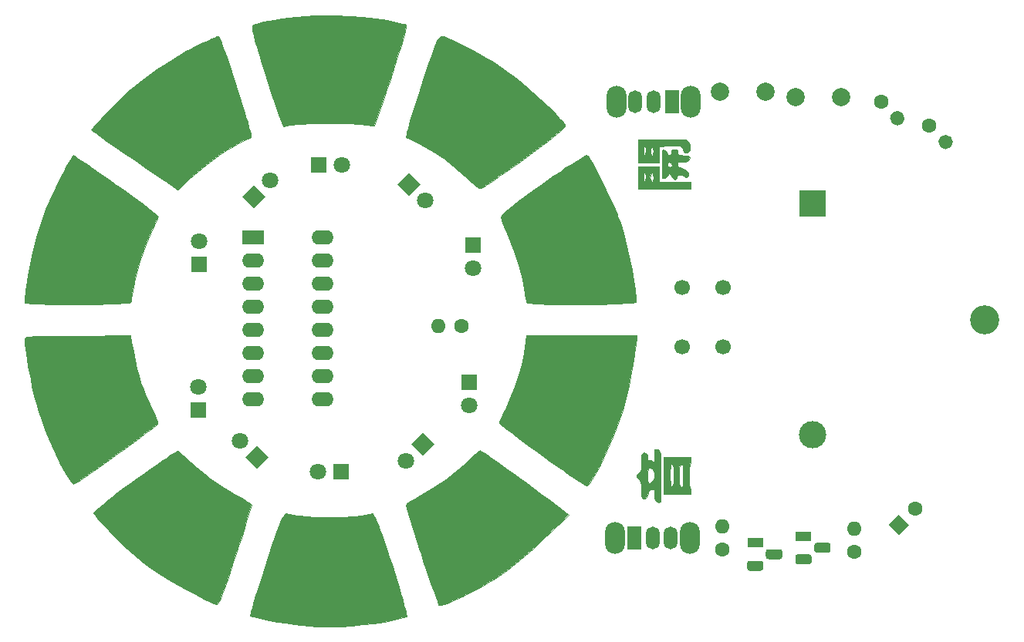
<source format=gbr>
%TF.GenerationSoftware,KiCad,Pcbnew,(5.1.9-0-10_14)*%
%TF.CreationDate,2021-08-25T11:14:01+08:00*%
%TF.ProjectId,osc_bjt_4017,6f73635f-626a-4745-9f34-3031372e6b69,rev?*%
%TF.SameCoordinates,Original*%
%TF.FileFunction,Soldermask,Top*%
%TF.FilePolarity,Negative*%
%FSLAX46Y46*%
G04 Gerber Fmt 4.6, Leading zero omitted, Abs format (unit mm)*
G04 Created by KiCad (PCBNEW (5.1.9-0-10_14)) date 2021-08-25 11:14:01*
%MOMM*%
%LPD*%
G01*
G04 APERTURE LIST*
%ADD10C,0.010000*%
%ADD11O,2.200000X3.500000*%
%ADD12O,1.500000X2.500000*%
%ADD13R,1.500000X2.500000*%
%ADD14C,3.200000*%
%ADD15O,1.600000X1.600000*%
%ADD16C,1.600000*%
%ADD17C,0.100000*%
%ADD18C,1.700000*%
%ADD19C,1.800000*%
%ADD20R,1.800000X1.800000*%
%ADD21R,1.800000X1.100000*%
%ADD22C,3.000000*%
%ADD23R,3.000000X3.000000*%
%ADD24O,2.400000X1.600000*%
%ADD25R,2.400000X1.600000*%
%ADD26C,2.000000*%
G04 APERTURE END LIST*
D10*
%TO.C,G\u002A\u002A\u002A*%
G36*
X82722218Y-101837851D02*
G01*
X84731540Y-102026275D01*
X86673652Y-102324447D01*
X87951630Y-102592372D01*
X88312526Y-102682492D01*
X88536830Y-102755844D01*
X88654504Y-102826232D01*
X88695505Y-102907460D01*
X88697334Y-102935970D01*
X88671135Y-103109555D01*
X88596072Y-103426504D01*
X88477441Y-103869742D01*
X88320540Y-104422197D01*
X88130666Y-105066793D01*
X87913117Y-105786458D01*
X87673191Y-106564116D01*
X87416184Y-107382696D01*
X87147394Y-108225121D01*
X86872119Y-109074320D01*
X86595656Y-109913217D01*
X86323303Y-110724739D01*
X86060356Y-111491813D01*
X85904806Y-111936373D01*
X85713113Y-112476959D01*
X85539346Y-112962448D01*
X85391575Y-113370661D01*
X85277872Y-113679416D01*
X85206306Y-113866533D01*
X85185398Y-113913491D01*
X85093824Y-113914235D01*
X84868879Y-113891836D01*
X84544349Y-113850232D01*
X84154017Y-113793360D01*
X84151993Y-113793050D01*
X83837734Y-113749180D01*
X83513354Y-113714273D01*
X83155448Y-113687429D01*
X82740614Y-113667749D01*
X82245448Y-113654335D01*
X81646547Y-113646288D01*
X80920506Y-113642709D01*
X80230667Y-113642461D01*
X79422656Y-113646255D01*
X78672197Y-113655579D01*
X78000763Y-113669839D01*
X77429824Y-113688442D01*
X76980853Y-113710794D01*
X76675322Y-113736303D01*
X76632334Y-113741871D01*
X76248838Y-113796468D01*
X75873860Y-113849805D01*
X75583729Y-113891027D01*
X75565500Y-113893614D01*
X75175999Y-113948878D01*
X74731529Y-112690272D01*
X74302169Y-111461624D01*
X73895586Y-110272867D01*
X73514966Y-109134622D01*
X73163497Y-108057506D01*
X72844368Y-107052139D01*
X72560765Y-106129138D01*
X72315876Y-105299122D01*
X72112889Y-104572710D01*
X71954992Y-103960520D01*
X71845371Y-103473171D01*
X71787215Y-103121281D01*
X71783711Y-102915469D01*
X71790147Y-102891985D01*
X71898270Y-102813089D01*
X72156137Y-102719735D01*
X72545120Y-102615504D01*
X73046595Y-102503977D01*
X73641933Y-102388735D01*
X74312510Y-102273360D01*
X75039699Y-102161433D01*
X75804873Y-102056535D01*
X76589406Y-101962248D01*
X76674667Y-101952833D01*
X78655414Y-101798955D01*
X80684053Y-101761353D01*
X82722218Y-101837851D01*
G37*
X82722218Y-101837851D02*
X84731540Y-102026275D01*
X86673652Y-102324447D01*
X87951630Y-102592372D01*
X88312526Y-102682492D01*
X88536830Y-102755844D01*
X88654504Y-102826232D01*
X88695505Y-102907460D01*
X88697334Y-102935970D01*
X88671135Y-103109555D01*
X88596072Y-103426504D01*
X88477441Y-103869742D01*
X88320540Y-104422197D01*
X88130666Y-105066793D01*
X87913117Y-105786458D01*
X87673191Y-106564116D01*
X87416184Y-107382696D01*
X87147394Y-108225121D01*
X86872119Y-109074320D01*
X86595656Y-109913217D01*
X86323303Y-110724739D01*
X86060356Y-111491813D01*
X85904806Y-111936373D01*
X85713113Y-112476959D01*
X85539346Y-112962448D01*
X85391575Y-113370661D01*
X85277872Y-113679416D01*
X85206306Y-113866533D01*
X85185398Y-113913491D01*
X85093824Y-113914235D01*
X84868879Y-113891836D01*
X84544349Y-113850232D01*
X84154017Y-113793360D01*
X84151993Y-113793050D01*
X83837734Y-113749180D01*
X83513354Y-113714273D01*
X83155448Y-113687429D01*
X82740614Y-113667749D01*
X82245448Y-113654335D01*
X81646547Y-113646288D01*
X80920506Y-113642709D01*
X80230667Y-113642461D01*
X79422656Y-113646255D01*
X78672197Y-113655579D01*
X78000763Y-113669839D01*
X77429824Y-113688442D01*
X76980853Y-113710794D01*
X76675322Y-113736303D01*
X76632334Y-113741871D01*
X76248838Y-113796468D01*
X75873860Y-113849805D01*
X75583729Y-113891027D01*
X75565500Y-113893614D01*
X75175999Y-113948878D01*
X74731529Y-112690272D01*
X74302169Y-111461624D01*
X73895586Y-110272867D01*
X73514966Y-109134622D01*
X73163497Y-108057506D01*
X72844368Y-107052139D01*
X72560765Y-106129138D01*
X72315876Y-105299122D01*
X72112889Y-104572710D01*
X71954992Y-103960520D01*
X71845371Y-103473171D01*
X71787215Y-103121281D01*
X71783711Y-102915469D01*
X71790147Y-102891985D01*
X71898270Y-102813089D01*
X72156137Y-102719735D01*
X72545120Y-102615504D01*
X73046595Y-102503977D01*
X73641933Y-102388735D01*
X74312510Y-102273360D01*
X75039699Y-102161433D01*
X75804873Y-102056535D01*
X76589406Y-101962248D01*
X76674667Y-101952833D01*
X78655414Y-101798955D01*
X80684053Y-101761353D01*
X82722218Y-101837851D01*
G36*
X92828495Y-104091841D02*
G01*
X92863519Y-104102090D01*
X93182967Y-104219133D01*
X93623785Y-104413205D01*
X94163404Y-104672146D01*
X94779255Y-104983792D01*
X95448768Y-105335984D01*
X96149373Y-105716558D01*
X96858502Y-106113353D01*
X97553585Y-106514209D01*
X98212051Y-106906962D01*
X98811333Y-107279451D01*
X99069000Y-107445944D01*
X99777957Y-107938741D01*
X100569431Y-108537745D01*
X101416540Y-109219914D01*
X102292399Y-109962206D01*
X103170126Y-110741579D01*
X104022839Y-111534990D01*
X104823654Y-112319399D01*
X105178217Y-112682311D01*
X105563969Y-113090995D01*
X105837859Y-113402928D01*
X106011631Y-113637097D01*
X106097028Y-113812489D01*
X106105795Y-113948093D01*
X106049675Y-114062894D01*
X106039829Y-114075332D01*
X105884052Y-114231985D01*
X105611126Y-114469062D01*
X105235255Y-114776221D01*
X104770639Y-115143121D01*
X104231482Y-115559420D01*
X103631986Y-116014777D01*
X102986353Y-116498850D01*
X102308786Y-117001298D01*
X101613487Y-117511780D01*
X100914659Y-118019953D01*
X100226504Y-118515476D01*
X99563223Y-118988008D01*
X98939021Y-119427207D01*
X98368099Y-119822732D01*
X97864659Y-120164242D01*
X97442904Y-120441393D01*
X97117036Y-120643847D01*
X96901258Y-120761259D01*
X96821984Y-120787334D01*
X96661128Y-120738397D01*
X96458032Y-120618841D01*
X96434585Y-120601474D01*
X96285418Y-120477976D01*
X96041931Y-120265243D01*
X95733651Y-119989521D01*
X95390104Y-119677055D01*
X95259000Y-119556495D01*
X94044745Y-118488339D01*
X92868807Y-117562630D01*
X91708961Y-116763670D01*
X90542984Y-116075765D01*
X89771197Y-115680704D01*
X88686060Y-115157000D01*
X88733125Y-114851420D01*
X88786598Y-114600655D01*
X88889186Y-114209500D01*
X89034553Y-113697563D01*
X89216362Y-113084451D01*
X89428278Y-112389771D01*
X89663964Y-111633130D01*
X89917085Y-110834136D01*
X90181305Y-110012395D01*
X90450288Y-109187516D01*
X90717697Y-108379105D01*
X90977197Y-107606770D01*
X91222453Y-106890118D01*
X91447127Y-106248756D01*
X91644884Y-105702291D01*
X91809389Y-105270331D01*
X91901870Y-105045418D01*
X92092057Y-104615346D01*
X92239724Y-104321414D01*
X92366037Y-104142859D01*
X92492159Y-104058920D01*
X92639257Y-104048834D01*
X92828495Y-104091841D01*
G37*
X92828495Y-104091841D02*
X92863519Y-104102090D01*
X93182967Y-104219133D01*
X93623785Y-104413205D01*
X94163404Y-104672146D01*
X94779255Y-104983792D01*
X95448768Y-105335984D01*
X96149373Y-105716558D01*
X96858502Y-106113353D01*
X97553585Y-106514209D01*
X98212051Y-106906962D01*
X98811333Y-107279451D01*
X99069000Y-107445944D01*
X99777957Y-107938741D01*
X100569431Y-108537745D01*
X101416540Y-109219914D01*
X102292399Y-109962206D01*
X103170126Y-110741579D01*
X104022839Y-111534990D01*
X104823654Y-112319399D01*
X105178217Y-112682311D01*
X105563969Y-113090995D01*
X105837859Y-113402928D01*
X106011631Y-113637097D01*
X106097028Y-113812489D01*
X106105795Y-113948093D01*
X106049675Y-114062894D01*
X106039829Y-114075332D01*
X105884052Y-114231985D01*
X105611126Y-114469062D01*
X105235255Y-114776221D01*
X104770639Y-115143121D01*
X104231482Y-115559420D01*
X103631986Y-116014777D01*
X102986353Y-116498850D01*
X102308786Y-117001298D01*
X101613487Y-117511780D01*
X100914659Y-118019953D01*
X100226504Y-118515476D01*
X99563223Y-118988008D01*
X98939021Y-119427207D01*
X98368099Y-119822732D01*
X97864659Y-120164242D01*
X97442904Y-120441393D01*
X97117036Y-120643847D01*
X96901258Y-120761259D01*
X96821984Y-120787334D01*
X96661128Y-120738397D01*
X96458032Y-120618841D01*
X96434585Y-120601474D01*
X96285418Y-120477976D01*
X96041931Y-120265243D01*
X95733651Y-119989521D01*
X95390104Y-119677055D01*
X95259000Y-119556495D01*
X94044745Y-118488339D01*
X92868807Y-117562630D01*
X91708961Y-116763670D01*
X90542984Y-116075765D01*
X89771197Y-115680704D01*
X88686060Y-115157000D01*
X88733125Y-114851420D01*
X88786598Y-114600655D01*
X88889186Y-114209500D01*
X89034553Y-113697563D01*
X89216362Y-113084451D01*
X89428278Y-112389771D01*
X89663964Y-111633130D01*
X89917085Y-110834136D01*
X90181305Y-110012395D01*
X90450288Y-109187516D01*
X90717697Y-108379105D01*
X90977197Y-107606770D01*
X91222453Y-106890118D01*
X91447127Y-106248756D01*
X91644884Y-105702291D01*
X91809389Y-105270331D01*
X91901870Y-105045418D01*
X92092057Y-104615346D01*
X92239724Y-104321414D01*
X92366037Y-104142859D01*
X92492159Y-104058920D01*
X92639257Y-104048834D01*
X92828495Y-104091841D01*
G36*
X68132371Y-104083171D02*
G01*
X68199866Y-104204919D01*
X68311505Y-104471767D01*
X68461805Y-104866918D01*
X68645289Y-105373572D01*
X68856475Y-105974932D01*
X69089884Y-106654197D01*
X69340037Y-107394570D01*
X69601453Y-108179253D01*
X69868653Y-108991446D01*
X70136157Y-109814350D01*
X70398485Y-110631168D01*
X70650157Y-111425101D01*
X70885694Y-112179349D01*
X71099615Y-112877115D01*
X71286441Y-113501600D01*
X71440692Y-114036005D01*
X71556888Y-114463532D01*
X71629549Y-114767381D01*
X71645630Y-114853222D01*
X71671047Y-115061538D01*
X71636618Y-115180643D01*
X71506463Y-115265604D01*
X71329774Y-115337946D01*
X70553156Y-115688074D01*
X69695172Y-116155251D01*
X68778971Y-116723296D01*
X67827701Y-117376030D01*
X66864514Y-118097272D01*
X65912558Y-118870841D01*
X64994984Y-119680558D01*
X64639450Y-120014110D01*
X64305361Y-120331377D01*
X64015964Y-120602343D01*
X63792381Y-120807542D01*
X63655731Y-120927508D01*
X63623450Y-120950545D01*
X63546348Y-120901277D01*
X63365945Y-120774949D01*
X63115314Y-120594877D01*
X63001000Y-120511705D01*
X62767403Y-120345230D01*
X62419519Y-120102713D01*
X61983775Y-119802307D01*
X61486597Y-119462171D01*
X60954411Y-119100460D01*
X60503334Y-118795710D01*
X59875265Y-118369861D01*
X59181064Y-117894499D01*
X58467549Y-117401992D01*
X57781535Y-116924708D01*
X57169839Y-116495015D01*
X56943815Y-116334717D01*
X56440957Y-115977692D01*
X55948710Y-115629873D01*
X55495489Y-115311212D01*
X55109709Y-115041664D01*
X54819788Y-114841182D01*
X54723996Y-114776000D01*
X54460756Y-114593090D01*
X54262121Y-114444621D01*
X54161861Y-114356183D01*
X54156015Y-114345638D01*
X54208799Y-114270012D01*
X54357456Y-114088414D01*
X54584844Y-113820975D01*
X54873825Y-113487826D01*
X55207256Y-113109098D01*
X55246912Y-113064393D01*
X56579146Y-111662703D01*
X58053933Y-110292579D01*
X59644828Y-108974941D01*
X61325383Y-107730708D01*
X63069154Y-106580800D01*
X64528007Y-105722745D01*
X64953076Y-105493886D01*
X65427103Y-105251238D01*
X65926229Y-105005654D01*
X66426597Y-104767987D01*
X66904347Y-104549089D01*
X67335621Y-104359813D01*
X67696561Y-104211012D01*
X67963308Y-104113540D01*
X68112003Y-104078249D01*
X68132371Y-104083171D01*
G37*
X68132371Y-104083171D02*
X68199866Y-104204919D01*
X68311505Y-104471767D01*
X68461805Y-104866918D01*
X68645289Y-105373572D01*
X68856475Y-105974932D01*
X69089884Y-106654197D01*
X69340037Y-107394570D01*
X69601453Y-108179253D01*
X69868653Y-108991446D01*
X70136157Y-109814350D01*
X70398485Y-110631168D01*
X70650157Y-111425101D01*
X70885694Y-112179349D01*
X71099615Y-112877115D01*
X71286441Y-113501600D01*
X71440692Y-114036005D01*
X71556888Y-114463532D01*
X71629549Y-114767381D01*
X71645630Y-114853222D01*
X71671047Y-115061538D01*
X71636618Y-115180643D01*
X71506463Y-115265604D01*
X71329774Y-115337946D01*
X70553156Y-115688074D01*
X69695172Y-116155251D01*
X68778971Y-116723296D01*
X67827701Y-117376030D01*
X66864514Y-118097272D01*
X65912558Y-118870841D01*
X64994984Y-119680558D01*
X64639450Y-120014110D01*
X64305361Y-120331377D01*
X64015964Y-120602343D01*
X63792381Y-120807542D01*
X63655731Y-120927508D01*
X63623450Y-120950545D01*
X63546348Y-120901277D01*
X63365945Y-120774949D01*
X63115314Y-120594877D01*
X63001000Y-120511705D01*
X62767403Y-120345230D01*
X62419519Y-120102713D01*
X61983775Y-119802307D01*
X61486597Y-119462171D01*
X60954411Y-119100460D01*
X60503334Y-118795710D01*
X59875265Y-118369861D01*
X59181064Y-117894499D01*
X58467549Y-117401992D01*
X57781535Y-116924708D01*
X57169839Y-116495015D01*
X56943815Y-116334717D01*
X56440957Y-115977692D01*
X55948710Y-115629873D01*
X55495489Y-115311212D01*
X55109709Y-115041664D01*
X54819788Y-114841182D01*
X54723996Y-114776000D01*
X54460756Y-114593090D01*
X54262121Y-114444621D01*
X54161861Y-114356183D01*
X54156015Y-114345638D01*
X54208799Y-114270012D01*
X54357456Y-114088414D01*
X54584844Y-113820975D01*
X54873825Y-113487826D01*
X55207256Y-113109098D01*
X55246912Y-113064393D01*
X56579146Y-111662703D01*
X58053933Y-110292579D01*
X59644828Y-108974941D01*
X61325383Y-107730708D01*
X63069154Y-106580800D01*
X64528007Y-105722745D01*
X64953076Y-105493886D01*
X65427103Y-105251238D01*
X65926229Y-105005654D01*
X66426597Y-104767987D01*
X66904347Y-104549089D01*
X67335621Y-104359813D01*
X67696561Y-104211012D01*
X67963308Y-104113540D01*
X68112003Y-104078249D01*
X68132371Y-104083171D01*
G36*
X108705213Y-117317705D02*
G01*
X108858886Y-117532291D01*
X109069569Y-117881532D01*
X109327034Y-118344669D01*
X109621055Y-118900946D01*
X109941403Y-119529604D01*
X110277851Y-120209885D01*
X110620172Y-120921033D01*
X110958139Y-121642288D01*
X111281523Y-122352895D01*
X111580098Y-123032094D01*
X111843635Y-123659129D01*
X111907867Y-123817817D01*
X112178907Y-124563090D01*
X112453579Y-125446978D01*
X112725129Y-126439081D01*
X112986807Y-127509000D01*
X113231857Y-128626336D01*
X113453528Y-129760688D01*
X113645067Y-130881657D01*
X113799720Y-131958844D01*
X113889201Y-132737158D01*
X113945726Y-133299317D01*
X113450030Y-133353557D01*
X112836600Y-133408039D01*
X112080646Y-133454551D01*
X111208801Y-133492760D01*
X110247701Y-133522328D01*
X109223983Y-133542922D01*
X108164282Y-133554206D01*
X107095233Y-133555844D01*
X106043473Y-133547501D01*
X105035635Y-133528842D01*
X104098357Y-133499531D01*
X103598667Y-133477573D01*
X103118574Y-133452895D01*
X102689103Y-133429064D01*
X102342636Y-133408014D01*
X102111554Y-133391678D01*
X102037955Y-133384413D01*
X101965899Y-133354475D01*
X101908063Y-133270602D01*
X101856441Y-133105602D01*
X101803028Y-132832280D01*
X101739817Y-132423442D01*
X101725113Y-132321754D01*
X101448073Y-130781845D01*
X101056572Y-129245961D01*
X100541093Y-127681220D01*
X99950974Y-126192138D01*
X99662498Y-125505868D01*
X99440886Y-124957485D01*
X99280632Y-124531787D01*
X99176229Y-124213572D01*
X99122172Y-123987638D01*
X99111334Y-123874018D01*
X99131283Y-123787825D01*
X99200313Y-123679388D01*
X99332195Y-123536417D01*
X99540702Y-123346622D01*
X99839604Y-123097713D01*
X100242675Y-122777402D01*
X100763687Y-122373398D01*
X100974000Y-122211831D01*
X101496236Y-121818194D01*
X102095744Y-121377986D01*
X102753224Y-120904442D01*
X103449373Y-120410798D01*
X104164891Y-119910287D01*
X104880477Y-119416146D01*
X105576828Y-118941608D01*
X106234644Y-118499908D01*
X106834623Y-118104283D01*
X107357464Y-117767965D01*
X107783866Y-117504191D01*
X108094528Y-117326195D01*
X108113912Y-117316000D01*
X108520093Y-117104334D01*
X108705213Y-117317705D01*
G37*
X108705213Y-117317705D02*
X108858886Y-117532291D01*
X109069569Y-117881532D01*
X109327034Y-118344669D01*
X109621055Y-118900946D01*
X109941403Y-119529604D01*
X110277851Y-120209885D01*
X110620172Y-120921033D01*
X110958139Y-121642288D01*
X111281523Y-122352895D01*
X111580098Y-123032094D01*
X111843635Y-123659129D01*
X111907867Y-123817817D01*
X112178907Y-124563090D01*
X112453579Y-125446978D01*
X112725129Y-126439081D01*
X112986807Y-127509000D01*
X113231857Y-128626336D01*
X113453528Y-129760688D01*
X113645067Y-130881657D01*
X113799720Y-131958844D01*
X113889201Y-132737158D01*
X113945726Y-133299317D01*
X113450030Y-133353557D01*
X112836600Y-133408039D01*
X112080646Y-133454551D01*
X111208801Y-133492760D01*
X110247701Y-133522328D01*
X109223983Y-133542922D01*
X108164282Y-133554206D01*
X107095233Y-133555844D01*
X106043473Y-133547501D01*
X105035635Y-133528842D01*
X104098357Y-133499531D01*
X103598667Y-133477573D01*
X103118574Y-133452895D01*
X102689103Y-133429064D01*
X102342636Y-133408014D01*
X102111554Y-133391678D01*
X102037955Y-133384413D01*
X101965899Y-133354475D01*
X101908063Y-133270602D01*
X101856441Y-133105602D01*
X101803028Y-132832280D01*
X101739817Y-132423442D01*
X101725113Y-132321754D01*
X101448073Y-130781845D01*
X101056572Y-129245961D01*
X100541093Y-127681220D01*
X99950974Y-126192138D01*
X99662498Y-125505868D01*
X99440886Y-124957485D01*
X99280632Y-124531787D01*
X99176229Y-124213572D01*
X99122172Y-123987638D01*
X99111334Y-123874018D01*
X99131283Y-123787825D01*
X99200313Y-123679388D01*
X99332195Y-123536417D01*
X99540702Y-123346622D01*
X99839604Y-123097713D01*
X100242675Y-122777402D01*
X100763687Y-122373398D01*
X100974000Y-122211831D01*
X101496236Y-121818194D01*
X102095744Y-121377986D01*
X102753224Y-120904442D01*
X103449373Y-120410798D01*
X104164891Y-119910287D01*
X104880477Y-119416146D01*
X105576828Y-118941608D01*
X106234644Y-118499908D01*
X106834623Y-118104283D01*
X107357464Y-117767965D01*
X107783866Y-117504191D01*
X108094528Y-117326195D01*
X108113912Y-117316000D01*
X108520093Y-117104334D01*
X108705213Y-117317705D01*
G36*
X52968326Y-117670402D02*
G01*
X53260062Y-117880112D01*
X53664489Y-118162888D01*
X54152692Y-118498934D01*
X54695763Y-118868455D01*
X55264787Y-119251658D01*
X55762000Y-119583121D01*
X56241713Y-119908084D01*
X56794458Y-120293981D01*
X57398493Y-120724632D01*
X58032081Y-121183857D01*
X58673482Y-121655476D01*
X59300956Y-122123309D01*
X59892764Y-122571176D01*
X60427167Y-122982897D01*
X60882425Y-123342292D01*
X61236800Y-123633182D01*
X61423268Y-123796631D01*
X61455629Y-123858981D01*
X61446697Y-123967699D01*
X61388243Y-124144362D01*
X61272037Y-124410546D01*
X61089848Y-124787827D01*
X60903040Y-125160459D01*
X60100845Y-126931699D01*
X59443761Y-128782397D01*
X58936939Y-130696698D01*
X58689070Y-131976318D01*
X58613601Y-132420618D01*
X58545689Y-132802177D01*
X58490837Y-133091454D01*
X58454548Y-133258908D01*
X58444668Y-133288221D01*
X58324040Y-133326200D01*
X58051689Y-133362114D01*
X57645215Y-133395632D01*
X57122221Y-133426420D01*
X56500308Y-133454145D01*
X55797076Y-133478474D01*
X55030127Y-133499075D01*
X54217062Y-133515614D01*
X53375483Y-133527758D01*
X52522990Y-133535175D01*
X51677185Y-133537532D01*
X50855670Y-133534495D01*
X50076044Y-133525731D01*
X49355910Y-133510908D01*
X48712869Y-133489693D01*
X48442504Y-133477430D01*
X47940932Y-133451346D01*
X47501437Y-133426754D01*
X47150426Y-133405276D01*
X46914308Y-133388533D01*
X46819492Y-133378145D01*
X46818906Y-133377795D01*
X46821873Y-133291740D01*
X46842358Y-133066156D01*
X46877431Y-132729610D01*
X46924161Y-132310668D01*
X46959737Y-132004847D01*
X47266714Y-129884229D01*
X47679962Y-127856151D01*
X48211590Y-125872417D01*
X48873703Y-123884830D01*
X49245888Y-122903919D01*
X49458218Y-122394480D01*
X49735221Y-121774246D01*
X50058821Y-121080161D01*
X50410942Y-120349167D01*
X50773507Y-119618208D01*
X51128441Y-118924226D01*
X51457668Y-118304165D01*
X51743111Y-117794967D01*
X51758848Y-117768070D01*
X52164318Y-117077140D01*
X52968326Y-117670402D01*
G37*
X52968326Y-117670402D02*
X53260062Y-117880112D01*
X53664489Y-118162888D01*
X54152692Y-118498934D01*
X54695763Y-118868455D01*
X55264787Y-119251658D01*
X55762000Y-119583121D01*
X56241713Y-119908084D01*
X56794458Y-120293981D01*
X57398493Y-120724632D01*
X58032081Y-121183857D01*
X58673482Y-121655476D01*
X59300956Y-122123309D01*
X59892764Y-122571176D01*
X60427167Y-122982897D01*
X60882425Y-123342292D01*
X61236800Y-123633182D01*
X61423268Y-123796631D01*
X61455629Y-123858981D01*
X61446697Y-123967699D01*
X61388243Y-124144362D01*
X61272037Y-124410546D01*
X61089848Y-124787827D01*
X60903040Y-125160459D01*
X60100845Y-126931699D01*
X59443761Y-128782397D01*
X58936939Y-130696698D01*
X58689070Y-131976318D01*
X58613601Y-132420618D01*
X58545689Y-132802177D01*
X58490837Y-133091454D01*
X58454548Y-133258908D01*
X58444668Y-133288221D01*
X58324040Y-133326200D01*
X58051689Y-133362114D01*
X57645215Y-133395632D01*
X57122221Y-133426420D01*
X56500308Y-133454145D01*
X55797076Y-133478474D01*
X55030127Y-133499075D01*
X54217062Y-133515614D01*
X53375483Y-133527758D01*
X52522990Y-133535175D01*
X51677185Y-133537532D01*
X50855670Y-133534495D01*
X50076044Y-133525731D01*
X49355910Y-133510908D01*
X48712869Y-133489693D01*
X48442504Y-133477430D01*
X47940932Y-133451346D01*
X47501437Y-133426754D01*
X47150426Y-133405276D01*
X46914308Y-133388533D01*
X46819492Y-133378145D01*
X46818906Y-133377795D01*
X46821873Y-133291740D01*
X46842358Y-133066156D01*
X46877431Y-132729610D01*
X46924161Y-132310668D01*
X46959737Y-132004847D01*
X47266714Y-129884229D01*
X47679962Y-127856151D01*
X48211590Y-125872417D01*
X48873703Y-123884830D01*
X49245888Y-122903919D01*
X49458218Y-122394480D01*
X49735221Y-121774246D01*
X50058821Y-121080161D01*
X50410942Y-120349167D01*
X50773507Y-119618208D01*
X51128441Y-118924226D01*
X51457668Y-118304165D01*
X51743111Y-117794967D01*
X51758848Y-117768070D01*
X52164318Y-117077140D01*
X52968326Y-117670402D01*
G36*
X58555615Y-137567583D02*
G01*
X58746603Y-138686063D01*
X58934173Y-139667780D01*
X59128057Y-140544792D01*
X59337988Y-141349159D01*
X59573697Y-142112938D01*
X59844919Y-142868188D01*
X60161384Y-143646968D01*
X60532826Y-144481337D01*
X60875465Y-145209067D01*
X61114538Y-145714707D01*
X61282817Y-146089622D01*
X61387578Y-146353351D01*
X61436094Y-146525433D01*
X61435642Y-146625407D01*
X61415171Y-146658651D01*
X61245169Y-146801859D01*
X60953440Y-147031194D01*
X60556313Y-147334733D01*
X60070122Y-147700557D01*
X59511197Y-148116742D01*
X58895871Y-148571370D01*
X58240474Y-149052517D01*
X57561338Y-149548263D01*
X56874796Y-150046688D01*
X56197178Y-150535868D01*
X55544816Y-151003885D01*
X54934043Y-151438815D01*
X54381188Y-151828739D01*
X53902584Y-152161735D01*
X53514563Y-152425882D01*
X53510939Y-152428307D01*
X53042957Y-152741619D01*
X52695279Y-152970663D01*
X52446293Y-153123550D01*
X52274386Y-153208388D01*
X52157946Y-153233288D01*
X52075361Y-153206359D01*
X52005017Y-153135710D01*
X51925304Y-153029452D01*
X51921667Y-153024645D01*
X51558075Y-152493628D01*
X51161755Y-151823427D01*
X50743328Y-151038549D01*
X50313412Y-150163502D01*
X49882627Y-149222793D01*
X49461591Y-148240928D01*
X49060924Y-147242416D01*
X48691246Y-146251764D01*
X48363174Y-145293479D01*
X48087328Y-144392069D01*
X47934961Y-143823933D01*
X47789466Y-143209159D01*
X47640210Y-142519240D01*
X47491880Y-141781505D01*
X47349159Y-141023282D01*
X47216734Y-140271900D01*
X47099289Y-139554687D01*
X47001508Y-138898973D01*
X46928078Y-138332086D01*
X46883682Y-137881355D01*
X46872219Y-137624708D01*
X46880457Y-137346115D01*
X46916396Y-137189697D01*
X46996382Y-137108679D01*
X47062500Y-137080217D01*
X47178125Y-137068165D01*
X47448507Y-137055848D01*
X47859070Y-137043515D01*
X48395238Y-137031419D01*
X49042436Y-137019808D01*
X49786087Y-137008934D01*
X50611615Y-136999046D01*
X51504446Y-136990395D01*
X52450002Y-136983231D01*
X52853688Y-136980758D01*
X58454375Y-136948832D01*
X58555615Y-137567583D01*
G37*
X58555615Y-137567583D02*
X58746603Y-138686063D01*
X58934173Y-139667780D01*
X59128057Y-140544792D01*
X59337988Y-141349159D01*
X59573697Y-142112938D01*
X59844919Y-142868188D01*
X60161384Y-143646968D01*
X60532826Y-144481337D01*
X60875465Y-145209067D01*
X61114538Y-145714707D01*
X61282817Y-146089622D01*
X61387578Y-146353351D01*
X61436094Y-146525433D01*
X61435642Y-146625407D01*
X61415171Y-146658651D01*
X61245169Y-146801859D01*
X60953440Y-147031194D01*
X60556313Y-147334733D01*
X60070122Y-147700557D01*
X59511197Y-148116742D01*
X58895871Y-148571370D01*
X58240474Y-149052517D01*
X57561338Y-149548263D01*
X56874796Y-150046688D01*
X56197178Y-150535868D01*
X55544816Y-151003885D01*
X54934043Y-151438815D01*
X54381188Y-151828739D01*
X53902584Y-152161735D01*
X53514563Y-152425882D01*
X53510939Y-152428307D01*
X53042957Y-152741619D01*
X52695279Y-152970663D01*
X52446293Y-153123550D01*
X52274386Y-153208388D01*
X52157946Y-153233288D01*
X52075361Y-153206359D01*
X52005017Y-153135710D01*
X51925304Y-153029452D01*
X51921667Y-153024645D01*
X51558075Y-152493628D01*
X51161755Y-151823427D01*
X50743328Y-151038549D01*
X50313412Y-150163502D01*
X49882627Y-149222793D01*
X49461591Y-148240928D01*
X49060924Y-147242416D01*
X48691246Y-146251764D01*
X48363174Y-145293479D01*
X48087328Y-144392069D01*
X47934961Y-143823933D01*
X47789466Y-143209159D01*
X47640210Y-142519240D01*
X47491880Y-141781505D01*
X47349159Y-141023282D01*
X47216734Y-140271900D01*
X47099289Y-139554687D01*
X47001508Y-138898973D01*
X46928078Y-138332086D01*
X46883682Y-137881355D01*
X46872219Y-137624708D01*
X46880457Y-137346115D01*
X46916396Y-137189697D01*
X46996382Y-137108679D01*
X47062500Y-137080217D01*
X47178125Y-137068165D01*
X47448507Y-137055848D01*
X47859070Y-137043515D01*
X48395238Y-137031419D01*
X49042436Y-137019808D01*
X49786087Y-137008934D01*
X50611615Y-136999046D01*
X51504446Y-136990395D01*
X52450002Y-136983231D01*
X52853688Y-136980758D01*
X58454375Y-136948832D01*
X58555615Y-137567583D01*
G36*
X113971715Y-137191500D02*
G01*
X113946765Y-137374991D01*
X113909840Y-137677048D01*
X113866923Y-138047859D01*
X113842061Y-138271000D01*
X113664697Y-139629303D01*
X113429415Y-141027391D01*
X113144591Y-142429699D01*
X112818604Y-143800663D01*
X112459829Y-145104718D01*
X112076643Y-146306300D01*
X111728456Y-147244325D01*
X111391763Y-148059689D01*
X111039486Y-148871160D01*
X110679651Y-149663297D01*
X110320287Y-150420657D01*
X109969421Y-151127800D01*
X109635081Y-151769283D01*
X109325294Y-152329665D01*
X109048088Y-152793504D01*
X108811491Y-153145359D01*
X108623530Y-153369787D01*
X108502280Y-153450119D01*
X108399011Y-153410440D01*
X108177408Y-153285511D01*
X107857359Y-153087903D01*
X107458750Y-152830189D01*
X107001469Y-152524939D01*
X106554947Y-152219103D01*
X105922803Y-151777772D01*
X105238120Y-151293932D01*
X104517106Y-150779489D01*
X103775967Y-150246348D01*
X103030910Y-149706415D01*
X102298140Y-149171595D01*
X101593865Y-148653792D01*
X100934291Y-148164914D01*
X100335625Y-147716864D01*
X99814072Y-147321549D01*
X99385840Y-146990873D01*
X99067135Y-146736743D01*
X98905602Y-146599854D01*
X98914681Y-146501976D01*
X98994446Y-146271525D01*
X99137595Y-145926231D01*
X99336823Y-145483824D01*
X99554369Y-145024869D01*
X100099846Y-143816229D01*
X100588239Y-142572490D01*
X101008677Y-141328022D01*
X101350291Y-140117196D01*
X101602212Y-138974383D01*
X101730453Y-138144000D01*
X101777032Y-137771346D01*
X101821126Y-137444943D01*
X101855992Y-137213636D01*
X101867801Y-137149167D01*
X101908560Y-136958667D01*
X114008434Y-136958667D01*
X113971715Y-137191500D01*
G37*
X113971715Y-137191500D02*
X113946765Y-137374991D01*
X113909840Y-137677048D01*
X113866923Y-138047859D01*
X113842061Y-138271000D01*
X113664697Y-139629303D01*
X113429415Y-141027391D01*
X113144591Y-142429699D01*
X112818604Y-143800663D01*
X112459829Y-145104718D01*
X112076643Y-146306300D01*
X111728456Y-147244325D01*
X111391763Y-148059689D01*
X111039486Y-148871160D01*
X110679651Y-149663297D01*
X110320287Y-150420657D01*
X109969421Y-151127800D01*
X109635081Y-151769283D01*
X109325294Y-152329665D01*
X109048088Y-152793504D01*
X108811491Y-153145359D01*
X108623530Y-153369787D01*
X108502280Y-153450119D01*
X108399011Y-153410440D01*
X108177408Y-153285511D01*
X107857359Y-153087903D01*
X107458750Y-152830189D01*
X107001469Y-152524939D01*
X106554947Y-152219103D01*
X105922803Y-151777772D01*
X105238120Y-151293932D01*
X104517106Y-150779489D01*
X103775967Y-150246348D01*
X103030910Y-149706415D01*
X102298140Y-149171595D01*
X101593865Y-148653792D01*
X100934291Y-148164914D01*
X100335625Y-147716864D01*
X99814072Y-147321549D01*
X99385840Y-146990873D01*
X99067135Y-146736743D01*
X98905602Y-146599854D01*
X98914681Y-146501976D01*
X98994446Y-146271525D01*
X99137595Y-145926231D01*
X99336823Y-145483824D01*
X99554369Y-145024869D01*
X100099846Y-143816229D01*
X100588239Y-142572490D01*
X101008677Y-141328022D01*
X101350291Y-140117196D01*
X101602212Y-138974383D01*
X101730453Y-138144000D01*
X101777032Y-137771346D01*
X101821126Y-137444943D01*
X101855992Y-137213636D01*
X101867801Y-137149167D01*
X101908560Y-136958667D01*
X114008434Y-136958667D01*
X113971715Y-137191500D01*
G36*
X63676416Y-149650830D02*
G01*
X63869599Y-149793101D01*
X64140671Y-150017675D01*
X64467909Y-150306643D01*
X64785278Y-150600158D01*
X65614549Y-151364728D01*
X66374682Y-152022924D01*
X67101601Y-152601166D01*
X67831233Y-153125879D01*
X68599502Y-153623484D01*
X69442334Y-154120405D01*
X69970427Y-154413770D01*
X70406750Y-154658212D01*
X70807849Y-154894636D01*
X71142108Y-155103525D01*
X71377907Y-155265363D01*
X71461363Y-155334073D01*
X71709059Y-155575982D01*
X71260654Y-157083491D01*
X71083971Y-157663269D01*
X70863803Y-158363130D01*
X70609685Y-159154506D01*
X70331150Y-160008829D01*
X70037731Y-160897530D01*
X69738965Y-161792043D01*
X69444384Y-162663799D01*
X69163522Y-163484229D01*
X68905915Y-164224766D01*
X68681095Y-164856843D01*
X68521122Y-165292223D01*
X68331345Y-165775822D01*
X68168906Y-166146795D01*
X68041420Y-166389110D01*
X67956502Y-166486740D01*
X67953223Y-166487593D01*
X67845338Y-166457767D01*
X67608139Y-166361175D01*
X67263313Y-166207683D01*
X66832547Y-166007157D01*
X66337527Y-165769466D01*
X65878890Y-165543812D01*
X64251599Y-164697771D01*
X62764397Y-163843712D01*
X61388511Y-162960998D01*
X60095167Y-162028993D01*
X58855593Y-161027062D01*
X57641014Y-159934567D01*
X56522997Y-158833848D01*
X55898682Y-158189945D01*
X55391871Y-157655288D01*
X54996682Y-157223149D01*
X54707236Y-156886799D01*
X54517650Y-156639510D01*
X54422043Y-156474554D01*
X54407334Y-156413492D01*
X54474411Y-156311677D01*
X54666867Y-156122461D01*
X54971541Y-155855813D01*
X55375270Y-155521698D01*
X55864893Y-155130082D01*
X56427248Y-154690932D01*
X57049173Y-154214214D01*
X57717505Y-153709895D01*
X58419083Y-153187939D01*
X59140745Y-152658315D01*
X59869329Y-152130988D01*
X60591673Y-151615924D01*
X61294614Y-151123089D01*
X61964993Y-150662451D01*
X62307166Y-150431711D01*
X62704270Y-150167723D01*
X63056837Y-149936701D01*
X63338912Y-149755390D01*
X63524537Y-149640533D01*
X63582843Y-149608771D01*
X63676416Y-149650830D01*
G37*
X63676416Y-149650830D02*
X63869599Y-149793101D01*
X64140671Y-150017675D01*
X64467909Y-150306643D01*
X64785278Y-150600158D01*
X65614549Y-151364728D01*
X66374682Y-152022924D01*
X67101601Y-152601166D01*
X67831233Y-153125879D01*
X68599502Y-153623484D01*
X69442334Y-154120405D01*
X69970427Y-154413770D01*
X70406750Y-154658212D01*
X70807849Y-154894636D01*
X71142108Y-155103525D01*
X71377907Y-155265363D01*
X71461363Y-155334073D01*
X71709059Y-155575982D01*
X71260654Y-157083491D01*
X71083971Y-157663269D01*
X70863803Y-158363130D01*
X70609685Y-159154506D01*
X70331150Y-160008829D01*
X70037731Y-160897530D01*
X69738965Y-161792043D01*
X69444384Y-162663799D01*
X69163522Y-163484229D01*
X68905915Y-164224766D01*
X68681095Y-164856843D01*
X68521122Y-165292223D01*
X68331345Y-165775822D01*
X68168906Y-166146795D01*
X68041420Y-166389110D01*
X67956502Y-166486740D01*
X67953223Y-166487593D01*
X67845338Y-166457767D01*
X67608139Y-166361175D01*
X67263313Y-166207683D01*
X66832547Y-166007157D01*
X66337527Y-165769466D01*
X65878890Y-165543812D01*
X64251599Y-164697771D01*
X62764397Y-163843712D01*
X61388511Y-162960998D01*
X60095167Y-162028993D01*
X58855593Y-161027062D01*
X57641014Y-159934567D01*
X56522997Y-158833848D01*
X55898682Y-158189945D01*
X55391871Y-157655288D01*
X54996682Y-157223149D01*
X54707236Y-156886799D01*
X54517650Y-156639510D01*
X54422043Y-156474554D01*
X54407334Y-156413492D01*
X54474411Y-156311677D01*
X54666867Y-156122461D01*
X54971541Y-155855813D01*
X55375270Y-155521698D01*
X55864893Y-155130082D01*
X56427248Y-154690932D01*
X57049173Y-154214214D01*
X57717505Y-153709895D01*
X58419083Y-153187939D01*
X59140745Y-152658315D01*
X59869329Y-152130988D01*
X60591673Y-151615924D01*
X61294614Y-151123089D01*
X61964993Y-150662451D01*
X62307166Y-150431711D01*
X62704270Y-150167723D01*
X63056837Y-149936701D01*
X63338912Y-149755390D01*
X63524537Y-149640533D01*
X63582843Y-149608771D01*
X63676416Y-149650830D01*
G36*
X96881010Y-149623466D02*
G01*
X97118439Y-149765879D01*
X97465974Y-149992258D01*
X97911058Y-150293625D01*
X98441134Y-150661001D01*
X99043644Y-151085407D01*
X99706031Y-151557862D01*
X100415736Y-152069390D01*
X101160203Y-152611009D01*
X101926873Y-153173741D01*
X102703189Y-153748608D01*
X103476593Y-154326629D01*
X104234529Y-154898825D01*
X104566117Y-155151189D01*
X106507233Y-156632511D01*
X104894527Y-158212960D01*
X103756184Y-159309169D01*
X102698910Y-160285126D01*
X101703214Y-161156823D01*
X100749605Y-161940250D01*
X99818594Y-162651398D01*
X98890690Y-163306257D01*
X97946401Y-163920816D01*
X97908511Y-163944477D01*
X97365942Y-164271039D01*
X96766975Y-164611329D01*
X96133060Y-164954973D01*
X95485649Y-165291596D01*
X94846193Y-165610822D01*
X94236146Y-165902276D01*
X93676957Y-166155583D01*
X93190080Y-166360368D01*
X92796965Y-166506256D01*
X92519065Y-166582872D01*
X92434457Y-166592000D01*
X92270147Y-166523789D01*
X92212258Y-166443834D01*
X92104168Y-166158739D01*
X91952035Y-165736825D01*
X91764060Y-165202344D01*
X91548444Y-164579548D01*
X91313388Y-163892690D01*
X91067092Y-163166023D01*
X90817759Y-162423800D01*
X90573588Y-161690273D01*
X90342780Y-160989694D01*
X90133537Y-160346318D01*
X89954058Y-159784395D01*
X89875284Y-159532656D01*
X89601370Y-158648823D01*
X89373482Y-157912516D01*
X89187398Y-157309555D01*
X89038901Y-156825760D01*
X88923771Y-156446949D01*
X88837790Y-156158942D01*
X88776739Y-155947558D01*
X88736398Y-155798616D01*
X88712549Y-155697936D01*
X88700973Y-155631336D01*
X88697451Y-155584636D01*
X88697334Y-155573298D01*
X88717691Y-155485066D01*
X88790827Y-155388010D01*
X88934840Y-155269739D01*
X89167828Y-155117859D01*
X89507889Y-154919976D01*
X89973120Y-154663698D01*
X90221334Y-154529676D01*
X91238960Y-153955037D01*
X92184917Y-153359686D01*
X93094298Y-152717877D01*
X94002199Y-152003861D01*
X94943714Y-151191892D01*
X95633227Y-150559263D01*
X95984185Y-150234711D01*
X96295188Y-149955172D01*
X96544333Y-149739691D01*
X96709718Y-149607315D01*
X96766246Y-149574000D01*
X96881010Y-149623466D01*
G37*
X96881010Y-149623466D02*
X97118439Y-149765879D01*
X97465974Y-149992258D01*
X97911058Y-150293625D01*
X98441134Y-150661001D01*
X99043644Y-151085407D01*
X99706031Y-151557862D01*
X100415736Y-152069390D01*
X101160203Y-152611009D01*
X101926873Y-153173741D01*
X102703189Y-153748608D01*
X103476593Y-154326629D01*
X104234529Y-154898825D01*
X104566117Y-155151189D01*
X106507233Y-156632511D01*
X104894527Y-158212960D01*
X103756184Y-159309169D01*
X102698910Y-160285126D01*
X101703214Y-161156823D01*
X100749605Y-161940250D01*
X99818594Y-162651398D01*
X98890690Y-163306257D01*
X97946401Y-163920816D01*
X97908511Y-163944477D01*
X97365942Y-164271039D01*
X96766975Y-164611329D01*
X96133060Y-164954973D01*
X95485649Y-165291596D01*
X94846193Y-165610822D01*
X94236146Y-165902276D01*
X93676957Y-166155583D01*
X93190080Y-166360368D01*
X92796965Y-166506256D01*
X92519065Y-166582872D01*
X92434457Y-166592000D01*
X92270147Y-166523789D01*
X92212258Y-166443834D01*
X92104168Y-166158739D01*
X91952035Y-165736825D01*
X91764060Y-165202344D01*
X91548444Y-164579548D01*
X91313388Y-163892690D01*
X91067092Y-163166023D01*
X90817759Y-162423800D01*
X90573588Y-161690273D01*
X90342780Y-160989694D01*
X90133537Y-160346318D01*
X89954058Y-159784395D01*
X89875284Y-159532656D01*
X89601370Y-158648823D01*
X89373482Y-157912516D01*
X89187398Y-157309555D01*
X89038901Y-156825760D01*
X88923771Y-156446949D01*
X88837790Y-156158942D01*
X88776739Y-155947558D01*
X88736398Y-155798616D01*
X88712549Y-155697936D01*
X88700973Y-155631336D01*
X88697451Y-155584636D01*
X88697334Y-155573298D01*
X88717691Y-155485066D01*
X88790827Y-155388010D01*
X88934840Y-155269739D01*
X89167828Y-155117859D01*
X89507889Y-154919976D01*
X89973120Y-154663698D01*
X90221334Y-154529676D01*
X91238960Y-153955037D01*
X92184917Y-153359686D01*
X93094298Y-152717877D01*
X94002199Y-152003861D01*
X94943714Y-151191892D01*
X95633227Y-150559263D01*
X95984185Y-150234711D01*
X96295188Y-149955172D01*
X96544333Y-149739691D01*
X96709718Y-149607315D01*
X96766246Y-149574000D01*
X96881010Y-149623466D01*
G36*
X85149503Y-156695489D02*
G01*
X85254265Y-156881546D01*
X85400931Y-157212171D01*
X85583650Y-157669476D01*
X85796570Y-158235570D01*
X86033838Y-158892562D01*
X86289603Y-159622562D01*
X86558013Y-160407680D01*
X86833217Y-161230026D01*
X87109362Y-162071709D01*
X87380597Y-162914840D01*
X87641071Y-163741527D01*
X87884930Y-164533881D01*
X88106323Y-165274011D01*
X88299399Y-165944027D01*
X88458306Y-166526038D01*
X88577191Y-167002155D01*
X88650204Y-167354487D01*
X88662620Y-167435869D01*
X88717561Y-167850027D01*
X88347848Y-167949580D01*
X87401977Y-168173932D01*
X86326316Y-168376889D01*
X85159502Y-168554567D01*
X83940171Y-168703082D01*
X82706958Y-168818551D01*
X81498502Y-168897088D01*
X80353436Y-168934810D01*
X79310398Y-168927834D01*
X78833667Y-168906028D01*
X78104751Y-168848230D01*
X77271378Y-168760591D01*
X76373048Y-168648948D01*
X75449257Y-168519135D01*
X74539503Y-168376987D01*
X73683284Y-168228338D01*
X72920098Y-168079023D01*
X72332149Y-167945600D01*
X72017298Y-167868102D01*
X71772445Y-167809461D01*
X71638253Y-167779358D01*
X71625369Y-167777334D01*
X71602056Y-167752365D01*
X71603143Y-167667382D01*
X71632542Y-167507270D01*
X71694165Y-167256915D01*
X71791925Y-166901200D01*
X71929736Y-166425013D01*
X72111509Y-165813236D01*
X72271531Y-165281222D01*
X72633228Y-164097012D01*
X72989182Y-162959149D01*
X73335333Y-161879236D01*
X73667621Y-160868879D01*
X73981989Y-159939682D01*
X74274375Y-159103250D01*
X74540722Y-158371187D01*
X74776969Y-157755098D01*
X74979057Y-157266589D01*
X75142927Y-156917263D01*
X75264521Y-156718725D01*
X75268194Y-156714378D01*
X75454244Y-156498083D01*
X76762955Y-156697875D01*
X77199170Y-156761237D01*
X77595554Y-156809893D01*
X77985502Y-156845701D01*
X78402405Y-156870515D01*
X78879654Y-156886191D01*
X79450643Y-156894586D01*
X80148762Y-156897555D01*
X80357667Y-156897667D01*
X81077600Y-156896165D01*
X81659337Y-156890447D01*
X82133998Y-156878696D01*
X82532701Y-156859095D01*
X82886568Y-156829826D01*
X83226719Y-156789072D01*
X83584272Y-156735016D01*
X83819828Y-156695489D01*
X84995988Y-156493312D01*
X85149503Y-156695489D01*
G37*
X85149503Y-156695489D02*
X85254265Y-156881546D01*
X85400931Y-157212171D01*
X85583650Y-157669476D01*
X85796570Y-158235570D01*
X86033838Y-158892562D01*
X86289603Y-159622562D01*
X86558013Y-160407680D01*
X86833217Y-161230026D01*
X87109362Y-162071709D01*
X87380597Y-162914840D01*
X87641071Y-163741527D01*
X87884930Y-164533881D01*
X88106323Y-165274011D01*
X88299399Y-165944027D01*
X88458306Y-166526038D01*
X88577191Y-167002155D01*
X88650204Y-167354487D01*
X88662620Y-167435869D01*
X88717561Y-167850027D01*
X88347848Y-167949580D01*
X87401977Y-168173932D01*
X86326316Y-168376889D01*
X85159502Y-168554567D01*
X83940171Y-168703082D01*
X82706958Y-168818551D01*
X81498502Y-168897088D01*
X80353436Y-168934810D01*
X79310398Y-168927834D01*
X78833667Y-168906028D01*
X78104751Y-168848230D01*
X77271378Y-168760591D01*
X76373048Y-168648948D01*
X75449257Y-168519135D01*
X74539503Y-168376987D01*
X73683284Y-168228338D01*
X72920098Y-168079023D01*
X72332149Y-167945600D01*
X72017298Y-167868102D01*
X71772445Y-167809461D01*
X71638253Y-167779358D01*
X71625369Y-167777334D01*
X71602056Y-167752365D01*
X71603143Y-167667382D01*
X71632542Y-167507270D01*
X71694165Y-167256915D01*
X71791925Y-166901200D01*
X71929736Y-166425013D01*
X72111509Y-165813236D01*
X72271531Y-165281222D01*
X72633228Y-164097012D01*
X72989182Y-162959149D01*
X73335333Y-161879236D01*
X73667621Y-160868879D01*
X73981989Y-159939682D01*
X74274375Y-159103250D01*
X74540722Y-158371187D01*
X74776969Y-157755098D01*
X74979057Y-157266589D01*
X75142927Y-156917263D01*
X75264521Y-156718725D01*
X75268194Y-156714378D01*
X75454244Y-156498083D01*
X76762955Y-156697875D01*
X77199170Y-156761237D01*
X77595554Y-156809893D01*
X77985502Y-156845701D01*
X78402405Y-156870515D01*
X78879654Y-156886191D01*
X79450643Y-156894586D01*
X80148762Y-156897555D01*
X80357667Y-156897667D01*
X81077600Y-156896165D01*
X81659337Y-156890447D01*
X82133998Y-156878696D01*
X82532701Y-156859095D01*
X82886568Y-156829826D01*
X83226719Y-156789072D01*
X83584272Y-156735016D01*
X83819828Y-156695489D01*
X84995988Y-156493312D01*
X85149503Y-156695489D01*
G36*
X114094520Y-152128714D02*
G01*
X114226209Y-151980236D01*
X114403061Y-151785380D01*
X114502028Y-151621108D01*
X114536791Y-151433149D01*
X114521031Y-151167228D01*
X114490729Y-150930912D01*
X114465962Y-150529216D01*
X114500761Y-150183443D01*
X114587010Y-149925945D01*
X114716589Y-149789072D01*
X114780684Y-149775333D01*
X115008857Y-149849157D01*
X115154362Y-150049054D01*
X115194307Y-150342665D01*
X115193191Y-150358373D01*
X115191465Y-150562072D01*
X115242094Y-150639316D01*
X115312640Y-150639928D01*
X115484398Y-150660226D01*
X115702621Y-150742844D01*
X115712608Y-150747935D01*
X115968667Y-150880348D01*
X115968667Y-149425419D01*
X116199538Y-149452209D01*
X116316122Y-149473555D01*
X116410343Y-149518778D01*
X116484584Y-149604407D01*
X116541225Y-149746974D01*
X116582647Y-149963011D01*
X116611231Y-150269047D01*
X116629358Y-150681614D01*
X116639410Y-151217242D01*
X116643767Y-151892462D01*
X116644752Y-152543170D01*
X116642277Y-153411462D01*
X116633942Y-154111019D01*
X116619729Y-154642340D01*
X116599623Y-155005922D01*
X116573607Y-155202264D01*
X116556521Y-155239307D01*
X116411447Y-155263238D01*
X116263222Y-155243452D01*
X116092631Y-155119726D01*
X115972870Y-154872395D01*
X115916745Y-154542865D01*
X115935311Y-154183272D01*
X115962102Y-153965512D01*
X115935512Y-153867907D01*
X115835701Y-153844635D01*
X115788988Y-153845284D01*
X115485261Y-153892146D01*
X115312873Y-154022847D01*
X115299800Y-154068230D01*
X115299800Y-153246666D01*
X115410294Y-153191038D01*
X115584924Y-153049870D01*
X115680800Y-152958800D01*
X115860281Y-152754694D01*
X115944919Y-152563022D01*
X115968350Y-152300410D01*
X115968667Y-152245278D01*
X115953534Y-151968227D01*
X115891891Y-151793394D01*
X115759370Y-151655119D01*
X115745582Y-151644145D01*
X115544196Y-151521395D01*
X115367832Y-151468702D01*
X115364582Y-151468666D01*
X115293946Y-151482604D01*
X115248112Y-151544206D01*
X115221805Y-151683157D01*
X115209753Y-151929143D01*
X115206683Y-152311847D01*
X115206667Y-152357666D01*
X115215467Y-152817955D01*
X115241777Y-153112794D01*
X115285456Y-153240853D01*
X115299800Y-153246666D01*
X115299800Y-154068230D01*
X115247291Y-154250518D01*
X115170253Y-154533128D01*
X115011260Y-154749512D01*
X114807697Y-154852482D01*
X114768115Y-154855333D01*
X114606726Y-154777739D01*
X114506385Y-154552848D01*
X114470259Y-154192498D01*
X114489695Y-153814904D01*
X114504970Y-153332530D01*
X114436669Y-152984227D01*
X114280009Y-152754184D01*
X114142611Y-152666798D01*
X113976334Y-152537322D01*
X113959884Y-152361406D01*
X114094520Y-152128714D01*
G37*
X114094520Y-152128714D02*
X114226209Y-151980236D01*
X114403061Y-151785380D01*
X114502028Y-151621108D01*
X114536791Y-151433149D01*
X114521031Y-151167228D01*
X114490729Y-150930912D01*
X114465962Y-150529216D01*
X114500761Y-150183443D01*
X114587010Y-149925945D01*
X114716589Y-149789072D01*
X114780684Y-149775333D01*
X115008857Y-149849157D01*
X115154362Y-150049054D01*
X115194307Y-150342665D01*
X115193191Y-150358373D01*
X115191465Y-150562072D01*
X115242094Y-150639316D01*
X115312640Y-150639928D01*
X115484398Y-150660226D01*
X115702621Y-150742844D01*
X115712608Y-150747935D01*
X115968667Y-150880348D01*
X115968667Y-149425419D01*
X116199538Y-149452209D01*
X116316122Y-149473555D01*
X116410343Y-149518778D01*
X116484584Y-149604407D01*
X116541225Y-149746974D01*
X116582647Y-149963011D01*
X116611231Y-150269047D01*
X116629358Y-150681614D01*
X116639410Y-151217242D01*
X116643767Y-151892462D01*
X116644752Y-152543170D01*
X116642277Y-153411462D01*
X116633942Y-154111019D01*
X116619729Y-154642340D01*
X116599623Y-155005922D01*
X116573607Y-155202264D01*
X116556521Y-155239307D01*
X116411447Y-155263238D01*
X116263222Y-155243452D01*
X116092631Y-155119726D01*
X115972870Y-154872395D01*
X115916745Y-154542865D01*
X115935311Y-154183272D01*
X115962102Y-153965512D01*
X115935512Y-153867907D01*
X115835701Y-153844635D01*
X115788988Y-153845284D01*
X115485261Y-153892146D01*
X115312873Y-154022847D01*
X115299800Y-154068230D01*
X115299800Y-153246666D01*
X115410294Y-153191038D01*
X115584924Y-153049870D01*
X115680800Y-152958800D01*
X115860281Y-152754694D01*
X115944919Y-152563022D01*
X115968350Y-152300410D01*
X115968667Y-152245278D01*
X115953534Y-151968227D01*
X115891891Y-151793394D01*
X115759370Y-151655119D01*
X115745582Y-151644145D01*
X115544196Y-151521395D01*
X115367832Y-151468702D01*
X115364582Y-151468666D01*
X115293946Y-151482604D01*
X115248112Y-151544206D01*
X115221805Y-151683157D01*
X115209753Y-151929143D01*
X115206683Y-152311847D01*
X115206667Y-152357666D01*
X115215467Y-152817955D01*
X115241777Y-153112794D01*
X115285456Y-153240853D01*
X115299800Y-153246666D01*
X115299800Y-154068230D01*
X115247291Y-154250518D01*
X115170253Y-154533128D01*
X115011260Y-154749512D01*
X114807697Y-154852482D01*
X114768115Y-154855333D01*
X114606726Y-154777739D01*
X114506385Y-154552848D01*
X114470259Y-154192498D01*
X114489695Y-153814904D01*
X114504970Y-153332530D01*
X114436669Y-152984227D01*
X114280009Y-152754184D01*
X114142611Y-152666798D01*
X113976334Y-152537322D01*
X113959884Y-152361406D01*
X114094520Y-152128714D01*
G36*
X119948000Y-150283333D02*
G01*
X119948000Y-150626204D01*
X119916332Y-150915905D01*
X119838661Y-151178189D01*
X119824265Y-151208352D01*
X119764033Y-151421704D01*
X119724987Y-151756872D01*
X119706983Y-152167687D01*
X119709875Y-152607980D01*
X119733521Y-153031583D01*
X119777774Y-153392325D01*
X119831807Y-153615965D01*
X119907539Y-153879486D01*
X119946570Y-154110809D01*
X119948000Y-154146311D01*
X119948000Y-154347333D01*
X118927682Y-154347333D01*
X118927682Y-153570329D01*
X118968642Y-153556899D01*
X119022314Y-153512491D01*
X119059641Y-153410311D01*
X119083374Y-153224679D01*
X119096262Y-152929912D01*
X119101058Y-152500328D01*
X119101333Y-152317990D01*
X119100017Y-151848140D01*
X119093646Y-151521654D01*
X119078583Y-151312570D01*
X119051194Y-151194925D01*
X119007842Y-151142754D01*
X118944892Y-151130097D01*
X118934979Y-151130000D01*
X118807743Y-151157784D01*
X118718311Y-151256033D01*
X118661288Y-151447093D01*
X118631282Y-151753310D01*
X118622900Y-152197030D01*
X118624382Y-152416958D01*
X118638016Y-152911058D01*
X118669550Y-153254858D01*
X118724596Y-153466945D01*
X118808769Y-153565906D01*
X118927682Y-153570329D01*
X118927682Y-154347333D01*
X117784793Y-154347333D01*
X117784793Y-153500666D01*
X117924750Y-153434391D01*
X117988992Y-153355201D01*
X118023865Y-153207959D01*
X118047732Y-152939052D01*
X118060808Y-152590887D01*
X118063306Y-152205869D01*
X118055443Y-151826402D01*
X118037432Y-151494891D01*
X118009487Y-151253741D01*
X117977839Y-151151166D01*
X117836370Y-151055522D01*
X117778633Y-151045333D01*
X117731618Y-151076461D01*
X117698568Y-151184688D01*
X117677367Y-151392278D01*
X117665900Y-151721498D01*
X117662051Y-152194612D01*
X117662000Y-152273000D01*
X117664615Y-152763083D01*
X117674019Y-153107254D01*
X117692548Y-153328878D01*
X117722540Y-153451318D01*
X117766330Y-153497937D01*
X117784793Y-153500666D01*
X117784793Y-154347333D01*
X116984667Y-154347333D01*
X116984667Y-150283333D01*
X119948000Y-150283333D01*
G37*
X119948000Y-150283333D02*
X119948000Y-150626204D01*
X119916332Y-150915905D01*
X119838661Y-151178189D01*
X119824265Y-151208352D01*
X119764033Y-151421704D01*
X119724987Y-151756872D01*
X119706983Y-152167687D01*
X119709875Y-152607980D01*
X119733521Y-153031583D01*
X119777774Y-153392325D01*
X119831807Y-153615965D01*
X119907539Y-153879486D01*
X119946570Y-154110809D01*
X119948000Y-154146311D01*
X119948000Y-154347333D01*
X118927682Y-154347333D01*
X118927682Y-153570329D01*
X118968642Y-153556899D01*
X119022314Y-153512491D01*
X119059641Y-153410311D01*
X119083374Y-153224679D01*
X119096262Y-152929912D01*
X119101058Y-152500328D01*
X119101333Y-152317990D01*
X119100017Y-151848140D01*
X119093646Y-151521654D01*
X119078583Y-151312570D01*
X119051194Y-151194925D01*
X119007842Y-151142754D01*
X118944892Y-151130097D01*
X118934979Y-151130000D01*
X118807743Y-151157784D01*
X118718311Y-151256033D01*
X118661288Y-151447093D01*
X118631282Y-151753310D01*
X118622900Y-152197030D01*
X118624382Y-152416958D01*
X118638016Y-152911058D01*
X118669550Y-153254858D01*
X118724596Y-153466945D01*
X118808769Y-153565906D01*
X118927682Y-153570329D01*
X118927682Y-154347333D01*
X117784793Y-154347333D01*
X117784793Y-153500666D01*
X117924750Y-153434391D01*
X117988992Y-153355201D01*
X118023865Y-153207959D01*
X118047732Y-152939052D01*
X118060808Y-152590887D01*
X118063306Y-152205869D01*
X118055443Y-151826402D01*
X118037432Y-151494891D01*
X118009487Y-151253741D01*
X117977839Y-151151166D01*
X117836370Y-151055522D01*
X117778633Y-151045333D01*
X117731618Y-151076461D01*
X117698568Y-151184688D01*
X117677367Y-151392278D01*
X117665900Y-151721498D01*
X117662051Y-152194612D01*
X117662000Y-152273000D01*
X117664615Y-152763083D01*
X117674019Y-153107254D01*
X117692548Y-153328878D01*
X117722540Y-153451318D01*
X117766330Y-153497937D01*
X117784793Y-153500666D01*
X117784793Y-154347333D01*
X116984667Y-154347333D01*
X116984667Y-150283333D01*
X119948000Y-150283333D01*
G36*
X116760388Y-117155050D02*
G01*
X116770679Y-116867317D01*
X116791205Y-116684470D01*
X116823269Y-116585065D01*
X116861408Y-116549831D01*
X117033393Y-116561689D01*
X117209518Y-116676925D01*
X117324384Y-116844523D01*
X117338667Y-116922125D01*
X117395815Y-117083075D01*
X117466745Y-117138463D01*
X117642995Y-117131235D01*
X117779475Y-117001171D01*
X117832484Y-116794722D01*
X117829740Y-116752615D01*
X117831489Y-116607251D01*
X117912104Y-116538198D01*
X118116388Y-116507843D01*
X118121834Y-116507389D01*
X118329438Y-116500720D01*
X118418703Y-116550051D01*
X118439142Y-116689050D01*
X118439334Y-116723289D01*
X118467547Y-116937217D01*
X118571134Y-117071798D01*
X118778514Y-117143282D01*
X119118106Y-117167918D01*
X119218267Y-117168667D01*
X119522259Y-117171338D01*
X119694408Y-117189643D01*
X119772204Y-117239018D01*
X119793140Y-117334902D01*
X119794000Y-117405733D01*
X119759691Y-117617283D01*
X119692400Y-117744400D01*
X119552827Y-117799813D01*
X119290450Y-117835813D01*
X119015067Y-117846000D01*
X118439334Y-117846000D01*
X118439334Y-118097826D01*
X118483362Y-118308929D01*
X118644622Y-118454586D01*
X118689129Y-118478826D01*
X118915145Y-118570314D01*
X119104936Y-118608000D01*
X119281088Y-118677883D01*
X119469258Y-118849644D01*
X119622428Y-119066456D01*
X119693578Y-119271489D01*
X119692525Y-119318176D01*
X119600843Y-119462745D01*
X119423313Y-119526336D01*
X119228655Y-119497128D01*
X119120219Y-119416614D01*
X118964644Y-119325911D01*
X118736496Y-119285471D01*
X118723183Y-119285333D01*
X118521050Y-119305440D01*
X118424426Y-119397216D01*
X118383423Y-119543720D01*
X118295710Y-119736199D01*
X118155607Y-119782268D01*
X117987338Y-119686529D01*
X117815125Y-119453581D01*
X117804334Y-119433729D01*
X117659278Y-119204192D01*
X117613834Y-119177562D01*
X117613834Y-118423124D01*
X117783117Y-118419452D01*
X117842227Y-118326152D01*
X117846667Y-118242991D01*
X117797934Y-118039346D01*
X117720745Y-117931562D01*
X117542233Y-117858267D01*
X117404857Y-117927550D01*
X117350986Y-118112659D01*
X117354163Y-118163019D01*
X117414611Y-118344555D01*
X117574139Y-118417660D01*
X117613834Y-118423124D01*
X117613834Y-119177562D01*
X117541458Y-119135148D01*
X117429907Y-119224763D01*
X117338667Y-119392999D01*
X117203099Y-119596345D01*
X117029716Y-119665394D01*
X117000000Y-119666333D01*
X116788334Y-119666333D01*
X116765295Y-118130944D01*
X116759028Y-117569111D01*
X116760388Y-117155050D01*
G37*
X116760388Y-117155050D02*
X116770679Y-116867317D01*
X116791205Y-116684470D01*
X116823269Y-116585065D01*
X116861408Y-116549831D01*
X117033393Y-116561689D01*
X117209518Y-116676925D01*
X117324384Y-116844523D01*
X117338667Y-116922125D01*
X117395815Y-117083075D01*
X117466745Y-117138463D01*
X117642995Y-117131235D01*
X117779475Y-117001171D01*
X117832484Y-116794722D01*
X117829740Y-116752615D01*
X117831489Y-116607251D01*
X117912104Y-116538198D01*
X118116388Y-116507843D01*
X118121834Y-116507389D01*
X118329438Y-116500720D01*
X118418703Y-116550051D01*
X118439142Y-116689050D01*
X118439334Y-116723289D01*
X118467547Y-116937217D01*
X118571134Y-117071798D01*
X118778514Y-117143282D01*
X119118106Y-117167918D01*
X119218267Y-117168667D01*
X119522259Y-117171338D01*
X119694408Y-117189643D01*
X119772204Y-117239018D01*
X119793140Y-117334902D01*
X119794000Y-117405733D01*
X119759691Y-117617283D01*
X119692400Y-117744400D01*
X119552827Y-117799813D01*
X119290450Y-117835813D01*
X119015067Y-117846000D01*
X118439334Y-117846000D01*
X118439334Y-118097826D01*
X118483362Y-118308929D01*
X118644622Y-118454586D01*
X118689129Y-118478826D01*
X118915145Y-118570314D01*
X119104936Y-118608000D01*
X119281088Y-118677883D01*
X119469258Y-118849644D01*
X119622428Y-119066456D01*
X119693578Y-119271489D01*
X119692525Y-119318176D01*
X119600843Y-119462745D01*
X119423313Y-119526336D01*
X119228655Y-119497128D01*
X119120219Y-119416614D01*
X118964644Y-119325911D01*
X118736496Y-119285471D01*
X118723183Y-119285333D01*
X118521050Y-119305440D01*
X118424426Y-119397216D01*
X118383423Y-119543720D01*
X118295710Y-119736199D01*
X118155607Y-119782268D01*
X117987338Y-119686529D01*
X117815125Y-119453581D01*
X117804334Y-119433729D01*
X117659278Y-119204192D01*
X117613834Y-119177562D01*
X117613834Y-118423124D01*
X117783117Y-118419452D01*
X117842227Y-118326152D01*
X117846667Y-118242991D01*
X117797934Y-118039346D01*
X117720745Y-117931562D01*
X117542233Y-117858267D01*
X117404857Y-117927550D01*
X117350986Y-118112659D01*
X117354163Y-118163019D01*
X117414611Y-118344555D01*
X117574139Y-118417660D01*
X117613834Y-118423124D01*
X117613834Y-119177562D01*
X117541458Y-119135148D01*
X117429907Y-119224763D01*
X117338667Y-119392999D01*
X117203099Y-119596345D01*
X117029716Y-119665394D01*
X117000000Y-119666333D01*
X116788334Y-119666333D01*
X116765295Y-118130944D01*
X116759028Y-117569111D01*
X116760388Y-117155050D01*
G36*
X116709233Y-115390667D02*
G01*
X117495867Y-115393581D01*
X118166773Y-115402086D01*
X118710689Y-115415826D01*
X119116352Y-115434442D01*
X119372501Y-115457578D01*
X119460023Y-115477843D01*
X119686958Y-115681850D01*
X119823634Y-115969839D01*
X119860809Y-116287632D01*
X119789239Y-116581047D01*
X119674988Y-116737829D01*
X119460194Y-116861539D01*
X119265452Y-116821437D01*
X119102942Y-116622862D01*
X119034686Y-116457137D01*
X118945219Y-116257300D01*
X118850284Y-116144503D01*
X118837405Y-116138987D01*
X118719135Y-116130302D01*
X118465811Y-116126457D01*
X118111645Y-116127531D01*
X117690851Y-116133603D01*
X117571500Y-116136082D01*
X116407333Y-116161830D01*
X116407333Y-117046249D01*
X116407334Y-117930667D01*
X115671954Y-117930667D01*
X115671954Y-117235415D01*
X115750836Y-117216444D01*
X115798876Y-117034835D01*
X115814667Y-116703000D01*
X115805162Y-116422732D01*
X115780292Y-116224515D01*
X115746934Y-116152667D01*
X115606596Y-116226871D01*
X115512729Y-116415611D01*
X115475273Y-116668076D01*
X115504170Y-116933456D01*
X115563646Y-117089566D01*
X115671954Y-117235415D01*
X115671954Y-117930667D01*
X114783895Y-117930667D01*
X114783895Y-117143850D01*
X114869268Y-117141883D01*
X114961218Y-117020500D01*
X115044241Y-116731568D01*
X115008047Y-116418095D01*
X114965021Y-116316434D01*
X114856250Y-116170690D01*
X114776507Y-116188734D01*
X114728314Y-116367106D01*
X114714000Y-116660667D01*
X114731696Y-116982799D01*
X114783895Y-117143850D01*
X114783895Y-117930667D01*
X114121334Y-117930667D01*
X114121334Y-115390667D01*
X116709233Y-115390667D01*
G37*
X116709233Y-115390667D02*
X117495867Y-115393581D01*
X118166773Y-115402086D01*
X118710689Y-115415826D01*
X119116352Y-115434442D01*
X119372501Y-115457578D01*
X119460023Y-115477843D01*
X119686958Y-115681850D01*
X119823634Y-115969839D01*
X119860809Y-116287632D01*
X119789239Y-116581047D01*
X119674988Y-116737829D01*
X119460194Y-116861539D01*
X119265452Y-116821437D01*
X119102942Y-116622862D01*
X119034686Y-116457137D01*
X118945219Y-116257300D01*
X118850284Y-116144503D01*
X118837405Y-116138987D01*
X118719135Y-116130302D01*
X118465811Y-116126457D01*
X118111645Y-116127531D01*
X117690851Y-116133603D01*
X117571500Y-116136082D01*
X116407333Y-116161830D01*
X116407333Y-117046249D01*
X116407334Y-117930667D01*
X115671954Y-117930667D01*
X115671954Y-117235415D01*
X115750836Y-117216444D01*
X115798876Y-117034835D01*
X115814667Y-116703000D01*
X115805162Y-116422732D01*
X115780292Y-116224515D01*
X115746934Y-116152667D01*
X115606596Y-116226871D01*
X115512729Y-116415611D01*
X115475273Y-116668076D01*
X115504170Y-116933456D01*
X115563646Y-117089566D01*
X115671954Y-117235415D01*
X115671954Y-117930667D01*
X114783895Y-117930667D01*
X114783895Y-117143850D01*
X114869268Y-117141883D01*
X114961218Y-117020500D01*
X115044241Y-116731568D01*
X115008047Y-116418095D01*
X114965021Y-116316434D01*
X114856250Y-116170690D01*
X114776507Y-116188734D01*
X114728314Y-116367106D01*
X114714000Y-116660667D01*
X114731696Y-116982799D01*
X114783895Y-117143850D01*
X114783895Y-117930667D01*
X114121334Y-117930667D01*
X114121334Y-115390667D01*
X116709233Y-115390667D01*
G36*
X116407334Y-118354000D02*
G01*
X116407334Y-120047333D01*
X119878667Y-120047333D01*
X119878667Y-120809333D01*
X115672589Y-120809333D01*
X115672589Y-120032375D01*
X115751595Y-120023418D01*
X115794920Y-119935077D01*
X115812436Y-119733027D01*
X115814667Y-119538486D01*
X115804056Y-119235481D01*
X115769278Y-119080331D01*
X115708834Y-119051697D01*
X115561726Y-119172748D01*
X115475781Y-119383795D01*
X115453039Y-119629655D01*
X115495539Y-119855146D01*
X115605321Y-120005086D01*
X115672589Y-120032375D01*
X115672589Y-120809333D01*
X114825796Y-120809333D01*
X114825796Y-120034965D01*
X114932589Y-119925185D01*
X115038108Y-119663812D01*
X115027763Y-119379672D01*
X114904500Y-119148605D01*
X114821251Y-119076463D01*
X114773849Y-119090968D01*
X114748323Y-119219624D01*
X114730702Y-119489930D01*
X114730655Y-119490823D01*
X114725469Y-119828765D01*
X114756063Y-120007736D01*
X114825796Y-120034965D01*
X114825796Y-120809333D01*
X114121334Y-120809333D01*
X114121334Y-118354000D01*
X116407334Y-118354000D01*
G37*
X116407334Y-118354000D02*
X116407334Y-120047333D01*
X119878667Y-120047333D01*
X119878667Y-120809333D01*
X115672589Y-120809333D01*
X115672589Y-120032375D01*
X115751595Y-120023418D01*
X115794920Y-119935077D01*
X115812436Y-119733027D01*
X115814667Y-119538486D01*
X115804056Y-119235481D01*
X115769278Y-119080331D01*
X115708834Y-119051697D01*
X115561726Y-119172748D01*
X115475781Y-119383795D01*
X115453039Y-119629655D01*
X115495539Y-119855146D01*
X115605321Y-120005086D01*
X115672589Y-120032375D01*
X115672589Y-120809333D01*
X114825796Y-120809333D01*
X114825796Y-120034965D01*
X114932589Y-119925185D01*
X115038108Y-119663812D01*
X115027763Y-119379672D01*
X114904500Y-119148605D01*
X114821251Y-119076463D01*
X114773849Y-119090968D01*
X114748323Y-119219624D01*
X114730702Y-119489930D01*
X114730655Y-119490823D01*
X114725469Y-119828765D01*
X114756063Y-120007736D01*
X114825796Y-120034965D01*
X114825796Y-120809333D01*
X114121334Y-120809333D01*
X114121334Y-118354000D01*
X116407334Y-118354000D01*
%TD*%
D11*
%TO.C,SW4*%
X111750000Y-111300000D03*
X119950000Y-111300000D03*
D12*
X113850000Y-111300000D03*
X115850000Y-111300000D03*
D13*
X117850000Y-111300000D03*
%TD*%
D11*
%TO.C,SW3*%
X119850000Y-159150000D03*
X111650000Y-159150000D03*
D12*
X117750000Y-159150000D03*
X115750000Y-159150000D03*
D13*
X113750000Y-159150000D03*
%TD*%
D14*
%TO.C,H1*%
X152200000Y-135200000D03*
%TD*%
D15*
%TO.C,R5*%
X123400000Y-157960000D03*
D16*
X123400000Y-160500000D03*
%TD*%
D15*
%TO.C,R4*%
X92260000Y-135900000D03*
D16*
X94800000Y-135900000D03*
%TD*%
%TO.C,R3*%
G36*
G01*
X142030366Y-112530366D02*
X142030366Y-112530366D01*
G75*
G02*
X143161736Y-112530366I565685J-565685D01*
G01*
X143161736Y-112530366D01*
G75*
G02*
X143161736Y-113661736I-565685J-565685D01*
G01*
X143161736Y-113661736D01*
G75*
G02*
X142030366Y-113661736I-565685J565685D01*
G01*
X142030366Y-113661736D01*
G75*
G02*
X142030366Y-112530366I565685J565685D01*
G01*
G37*
X140800000Y-111300000D03*
%TD*%
%TO.C,R2*%
G36*
G01*
X147330366Y-115130366D02*
X147330366Y-115130366D01*
G75*
G02*
X148461736Y-115130366I565685J-565685D01*
G01*
X148461736Y-115130366D01*
G75*
G02*
X148461736Y-116261736I-565685J-565685D01*
G01*
X148461736Y-116261736D01*
G75*
G02*
X147330366Y-116261736I-565685J565685D01*
G01*
X147330366Y-116261736D01*
G75*
G02*
X147330366Y-115130366I565685J565685D01*
G01*
G37*
X146100000Y-113900000D03*
%TD*%
D15*
%TO.C,R1*%
X137900000Y-158160000D03*
D16*
X137900000Y-160700000D03*
%TD*%
%TO.C,C3*%
X144517767Y-155982233D03*
D17*
G36*
X142750000Y-158881371D02*
G01*
X141618629Y-157750000D01*
X142750000Y-156618629D01*
X143881371Y-157750000D01*
X142750000Y-158881371D01*
G37*
%TD*%
D18*
%TO.C,SW1*%
X123500000Y-131700000D03*
X123500000Y-138200000D03*
X119000000Y-131700000D03*
X119000000Y-138200000D03*
%TD*%
D19*
%TO.C,D10*%
X90796051Y-122096051D03*
D17*
G36*
X87727208Y-120300000D02*
G01*
X89000000Y-119027208D01*
X90272792Y-120300000D01*
X89000000Y-121572792D01*
X87727208Y-120300000D01*
G37*
%TD*%
D19*
%TO.C,D9*%
X96000000Y-129540000D03*
D20*
X96000000Y-127000000D03*
%TD*%
D19*
%TO.C,D8*%
X95600000Y-144640000D03*
D20*
X95600000Y-142100000D03*
%TD*%
D19*
%TO.C,D7*%
X88703949Y-150696051D03*
D17*
G36*
X90500000Y-147627208D02*
G01*
X91772792Y-148900000D01*
X90500000Y-150172792D01*
X89227208Y-148900000D01*
X90500000Y-147627208D01*
G37*
%TD*%
D19*
%TO.C,D6*%
X79060000Y-151900000D03*
D20*
X81600000Y-151900000D03*
%TD*%
D19*
%TO.C,D5*%
X70503949Y-148503949D03*
D17*
G36*
X73572792Y-150300000D02*
G01*
X72300000Y-151572792D01*
X71027208Y-150300000D01*
X72300000Y-149027208D01*
X73572792Y-150300000D01*
G37*
%TD*%
D19*
%TO.C,D4*%
X65900000Y-142560000D03*
D20*
X65900000Y-145100000D03*
%TD*%
D19*
%TO.C,D3*%
X66000000Y-126560000D03*
D20*
X66000000Y-129100000D03*
%TD*%
D19*
%TO.C,D2*%
X73796051Y-119903949D03*
D17*
G36*
X72000000Y-122972792D02*
G01*
X70727208Y-121700000D01*
X72000000Y-120427208D01*
X73272792Y-121700000D01*
X72000000Y-122972792D01*
G37*
%TD*%
D19*
%TO.C,D1*%
X81640000Y-118200000D03*
D20*
X79100000Y-118200000D03*
%TD*%
D21*
%TO.C,Q2*%
X132300000Y-159000000D03*
G36*
G01*
X131675000Y-160990000D02*
X132925000Y-160990000D01*
G75*
G02*
X133200000Y-161265000I0J-275000D01*
G01*
X133200000Y-161815000D01*
G75*
G02*
X132925000Y-162090000I-275000J0D01*
G01*
X131675000Y-162090000D01*
G75*
G02*
X131400000Y-161815000I0J275000D01*
G01*
X131400000Y-161265000D01*
G75*
G02*
X131675000Y-160990000I275000J0D01*
G01*
G37*
G36*
G01*
X133745000Y-159720000D02*
X134995000Y-159720000D01*
G75*
G02*
X135270000Y-159995000I0J-275000D01*
G01*
X135270000Y-160545000D01*
G75*
G02*
X134995000Y-160820000I-275000J0D01*
G01*
X133745000Y-160820000D01*
G75*
G02*
X133470000Y-160545000I0J275000D01*
G01*
X133470000Y-159995000D01*
G75*
G02*
X133745000Y-159720000I275000J0D01*
G01*
G37*
%TD*%
%TO.C,Q1*%
X127000000Y-159700000D03*
G36*
G01*
X126375000Y-161690000D02*
X127625000Y-161690000D01*
G75*
G02*
X127900000Y-161965000I0J-275000D01*
G01*
X127900000Y-162515000D01*
G75*
G02*
X127625000Y-162790000I-275000J0D01*
G01*
X126375000Y-162790000D01*
G75*
G02*
X126100000Y-162515000I0J275000D01*
G01*
X126100000Y-161965000D01*
G75*
G02*
X126375000Y-161690000I275000J0D01*
G01*
G37*
G36*
G01*
X128445000Y-160420000D02*
X129695000Y-160420000D01*
G75*
G02*
X129970000Y-160695000I0J-275000D01*
G01*
X129970000Y-161245000D01*
G75*
G02*
X129695000Y-161520000I-275000J0D01*
G01*
X128445000Y-161520000D01*
G75*
G02*
X128170000Y-161245000I0J275000D01*
G01*
X128170000Y-160695000D01*
G75*
G02*
X128445000Y-160420000I275000J0D01*
G01*
G37*
%TD*%
D22*
%TO.C,LS1*%
X133300000Y-147850000D03*
D23*
X133300000Y-122450000D03*
%TD*%
D24*
%TO.C,U1*%
X79520000Y-126200000D03*
X71900000Y-143980000D03*
X79520000Y-128740000D03*
X71900000Y-141440000D03*
X79520000Y-131280000D03*
X71900000Y-138900000D03*
X79520000Y-133820000D03*
X71900000Y-136360000D03*
X79520000Y-136360000D03*
X71900000Y-133820000D03*
X79520000Y-138900000D03*
X71900000Y-131280000D03*
X79520000Y-141440000D03*
X71900000Y-128740000D03*
X79520000Y-143980000D03*
D25*
X71900000Y-126200000D03*
%TD*%
D26*
%TO.C,C2*%
X131400000Y-110800000D03*
X136400000Y-110800000D03*
%TD*%
%TO.C,C1*%
X128100000Y-110200000D03*
X123100000Y-110200000D03*
%TD*%
M02*

</source>
